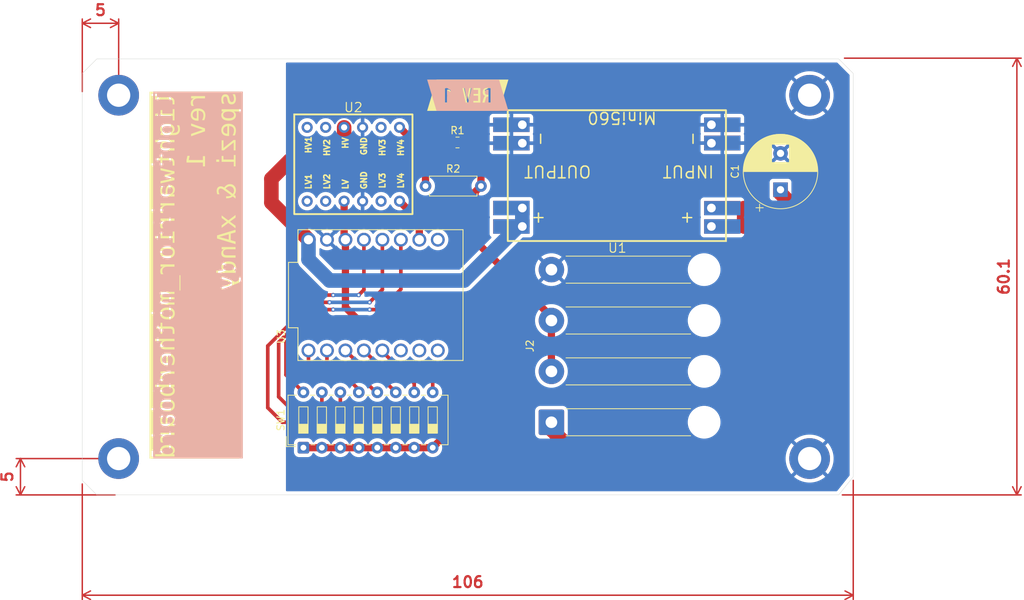
<source format=kicad_pcb>
(kicad_pcb (version 20241229) (generator "pcbnew") (generator_version "9.0")
  (layers (0 "F.Cu" signal) (2 "B.Cu" signal) (13 "F.Paste" user) (15 "B.Paste" user) (5 "F.SilkS" user "F.Silkscreen") (7 "B.SilkS" user "B.Silkscreen") (1 "F.Mask" user) (3 "B.Mask" user) (25 "Edge.Cuts" user))
  (net 0 "")
  (net 1 "GND")
  (net 2 "+12V")
  (net 3 "+5V")
  (net 7 "+3.3V")
  (net 11 "LED_DATA")
  (net 12 "CFG6")
  (net 13 "CFG2")
  (net 14 "CFG4")
  (net 15 "CFG5")
  (net 16 "CFG8")
  (net 17 "CFG3")
  (net 18 "CFG1")
  (net 19 "CFG7")
  (net 22 "Net-(U2-HV4)")
  (net 25 "Net-(U2-LV4)")
  (footprint "Resistor_SMD:R_0805_2012Metric" (layer "F.Cu") (at 133.3375 69.15)
    (property "Reference" "R1" (at 0 -1.65 0) (layer "F.SilkS"))
    (property "Value" "56")
    (pad "1" smd roundrect (at -0.9125 0) (size 1.025 1.4) (layers "F.Cu" "F.Mask" "F.Paste") (roundrect_rratio 0.243902) (net 22 "Net-(U2-HV4)"))
    (pad "2" smd roundrect (at 0.9125 0) (size 1.025 1.4) (layers "F.Cu" "F.Mask" "F.Paste") (roundrect_rratio 0.243902) (net 11 "LED_DATA"))
  )
  (footprint "MountingHole:MountingHole_3.2mm_M3_DIN965_Pad_TopBottom" (layer "F.Cu") (at 181.75 112.65)
    (property "Reference" "H4" (hide yes))
    (property "Value" "MountingHole_Pad")
    (pad "1" thru_hole circle (at 0 0) (size 3.6 3.6) (drill 3.2) (layers "*.Cu" "*.Mask") (net 1 "GND"))
    (pad "1" connect circle (at 0 0) (size 5.6 5.6) (layers "F.Cu" "F.Mask") (net 1 "GND"))
    (pad "1" connect circle (at 0 0) (size 5.6 5.6) (layers "B.Cu" "B.Mask") (net 1 "GND"))
  )
  (footprint "kibuzzard-686AEEB4" (layer "F.Cu") (at 134.75 62.65)
    (property "Reference" "kibuzzard-686AEEB4" (hide yes))
    (property "Value" "G***" (hide yes))
  )
  (footprint "Button_Switch_THT:SW_DIP_SPSTx08_Slide_6.7x21.88mm_W7.62mm_P2.54mm_LowProfile" (layer "F.Cu") (at 112.15 111.15 90)
    (property "Reference" "SW1" (at 3.81 -3.11 90) (layer "F.SilkS"))
    (property "Value" "SW_DIP_x08")
    (pad "1" thru_hole roundrect (at 0 0 90) (size 1.6 1.6) (drill 0.8) (layers "*.Cu" "*.Mask") (roundrect_rratio 0.15625) (net 7 "+3.3V"))
    (pad "2" thru_hole circle (at 0 2.54 90) (size 1.6 1.6) (drill 0.8) (layers "*.Cu" "*.Mask") (net 7 "+3.3V"))
    (pad "3" thru_hole circle (at 0 5.08 90) (size 1.6 1.6) (drill 0.8) (layers "*.Cu" "*.Mask") (net 7 "+3.3V"))
    (pad "4" thru_hole circle (at 0 7.62 90) (size 1.6 1.6) (drill 0.8) (layers "*.Cu" "*.Mask") (net 7 "+3.3V"))
    (pad "5" thru_hole circle (at 0 10.16 90) (size 1.6 1.6) (drill 0.8) (layers "*.Cu" "*.Mask") (net 7 "+3.3V"))
    (pad "6" thru_hole circle (at 0 12.7 90) (size 1.6 1.6) (drill 0.8) (layers "*.Cu" "*.Mask") (net 7 "+3.3V"))
    (pad "7" thru_hole circle (at 0 15.24 90) (size 1.6 1.6) (drill 0.8) (layers "*.Cu" "*.Mask") (net 7 "+3.3V"))
    (pad "8" thru_hole circle (at 0 17.78 90) (size 1.6 1.6) (drill 0.8) (layers "*.Cu" "*.Mask") (net 7 "+3.3V"))
    (pad "9" thru_hole circle (at 7.62 17.78 90) (size 1.6 1.6) (drill 0.8) (layers "*.Cu" "*.Mask") (net 16 "CFG8"))
    (pad "10" thru_hole circle (at 7.62 15.24 90) (size 1.6 1.6) (drill 0.8) (layers "*.Cu" "*.Mask") (net 19 "CFG7"))
    (pad "11" thru_hole circle (at 7.62 12.7 90) (size 1.6 1.6) (drill 0.8) (layers "*.Cu" "*.Mask") (net 12 "CFG6"))
    (pad "12" thru_hole circle (at 7.62 10.16 90) (size 1.6 1.6) (drill 0.8) (layers "*.Cu" "*.Mask") (net 15 "CFG5"))
    (pad "13" thru_hole circle (at 7.62 7.62 90) (size 1.6 1.6) (drill 0.8) (layers "*.Cu" "*.Mask") (net 14 "CFG4"))
    (pad "14" thru_hole circle (at 7.62 5.08 90) (size 1.6 1.6) (drill 0.8) (layers "*.Cu" "*.Mask") (net 17 "CFG3"))
    (pad "15" thru_hole circle (at 7.62 2.54 90) (size 1.6 1.6) (drill 0.8) (layers "*.Cu" "*.Mask") (net 13 "CFG2"))
    (pad "16" thru_hole circle (at 7.62 0 90) (size 1.6 1.6) (drill 0.8) (layers "*.Cu" "*.Mask") (net 18 "CFG1"))
  )
  (footprint "footprints2024:MINI560_tht_smd_combo" (layer "F.Cu") (at 170.25 64.7115 180)
    (property "Reference" "U1" (at 14.93845 -18.962 0) (layer "F.SilkS") (effects (font (size 1.27 1.27))))
    (property "Value" "~")
    (fp_text user "-" (at 24.4094 -2.794 270) (layer "F.SilkS") (effects (font (size 1.6256 1.6256) (thickness 0.2032)) (justify left top)))
    (fp_text user "INPUT" (at 1.524 -9.3726 180) (layer "F.SilkS") (effects (font (size 1.6256 1.6256) (thickness 0.2032)) (justify left top)))
    (fp_text user "+" (at 24.638 -15.8496 180) (layer "F.SilkS") (effects (font (size 1.6256 1.6256) (thickness 0.2032)) (justify left top)))
    (fp_text user "-" (at 3.4544 -2.794 270) (layer "F.SilkS") (effects (font (size 1.6256 1.6256) (thickness 0.2032)) (justify left top)))
    (fp_text user "+" (at 4.191 -15.8496 180) (layer "F.SilkS") (effects (font (size 1.6256 1.6256) (thickness 0.2032)) (justify left top)))
    (fp_text user "OUTPUT" (at 18.415 -9.3726 180) (layer "F.SilkS") (effects (font (size 1.6256 1.6256) (thickness 0.2032)) (justify left top)))
    (fp_text user "Mini560" (at 9.398 -2.0066 180) (layer "F.SilkS") (effects (font (size 1.6256 1.6256) (thickness 0.2032)) (justify left top)))
    (pad "1" thru_hole rect (at 2 -16 270) (size 2 5) (drill 1.2 (offset 0 -1.5)) (layers "*.Cu" "*.Mask") (net 2 "+12V"))
    (pad "2" thru_hole rect (at 2 -13.46 270) (size 1.96 5) (drill 1.2 (offset 0.02 -1.5)) (layers "*.Cu" "*.Mask") (net 2 "+12V"))
    (pad "3" thru_hole rect (at 2 -4.54 270) (size 2.04 5) (drill 1.2 (offset -0.02 -1.5)) (layers "*.Cu" "*.Mask") (net 1 "GND"))
    (pad "4" thru_hole rect (at 2 -2 270) (size 2 5) (drill 1.2 (offset 0 -1.5)) (layers "*.Cu" "*.Mask") (net 1 "GND"))
    (pad "5" thru_hole rect (at 27.9999 -16 270) (size 2 5.0001) (drill 1.2 (offset 0 1.50005)) (layers "*.Cu" "*.Mask") (net 3 "+5V"))
    (pad "6" thru_hole rect (at 27.9999 -13.46 270) (size 2 5.0001) (drill 1.2 (offset 0 1.50005)) (layers "*.Cu" "*.Mask") (net 3 "+5V"))
    (pad "7" thru_hole rect (at 27.9999 -4.54 270) (size 2 5.0001) (drill 1.2 (offset 0 1.50005)) (layers "*.Cu" "*.Mask") (net 1 "GND"))
    (pad "8" thru_hole rect (at 27.9999 -2 270) (size 2 5.0001) (drill 1.2 (offset 0 1.50005)) (layers "*.Cu" "*.Mask") (net 1 "GND"))
  )
  (footprint "Connector_Wire:SolderWire-0.75sqmm_1x04_P7mm_D1.25mm_OD3.5mm_Relief" (layer "F.Cu") (at 146.25 107.65 90)
    (property "Reference" "J2" (at 10.5 -2.95 90) (layer "F.SilkS"))
    (property "Value" "Conn_01x04")
    (pad "" np_thru_hole circle (at 0 21 90) (size 4 4) (drill 4) (layers "*.Cu" "*.Mask"))
    (pad "" np_thru_hole circle (at 7 21 90) (size 4 4) (drill 4) (layers "*.Cu" "*.Mask"))
    (pad "" np_thru_hole circle (at 14 21 90) (size 4 4) (drill 4) (layers "*.Cu" "*.Mask"))
    (pad "" np_thru_hole circle (at 21 21 90) (size 4 4) (drill 4) (layers "*.Cu" "*.Mask"))
    (pad "1" thru_hole roundrect (at 0 0 90) (size 3.5 3.5) (drill 1.6) (layers "*.Cu" "*.Mask") (roundrect_rratio 0.071429) (net 2 "+12V"))
    (pad "2" thru_hole circle (at 7 0 90) (size 3.5 3.5) (drill 1.6) (layers "*.Cu" "*.Mask") (net 11 "LED_DATA"))
    (pad "3" thru_hole circle (at 14 0 90) (size 3.5 3.5) (drill 1.6) (layers "*.Cu" "*.Mask") (net 11 "LED_DATA"))
    (pad "4" thru_hole circle (at 21 0 90) (size 3.5 3.5) (drill 1.6) (layers "*.Cu" "*.Mask") (net 1 "GND"))
  )
  (footprint "MountingHole:MountingHole_3.2mm_M3_DIN965_Pad_TopBottom" (layer "F.Cu") (at 181.75 62.65)
    (property "Reference" "H1" (hide yes))
    (property "Value" "MountingHole_Pad")
    (pad "1" thru_hole circle (at 0 0) (size 3.6 3.6) (drill 3.2) (layers "*.Cu" "*.Mask") (net 1 "GND"))
    (pad "1" connect circle (at 0 0) (size 5.6 5.6) (layers "F.Cu" "F.Mask") (net 1 "GND"))
    (pad "1" connect circle (at 0 0) (size 5.6 5.6) (layers "B.Cu" "B.Mask") (net 1 "GND"))
  )
  (footprint "footprints2024:LOGIC LEVEL CONVERTER 4 FOOTPRINT" (layer "F.Cu") (at 117.75 72.15)
    (property "Reference" "U2" (at 1.27 -7.8199 0) (layer "F.SilkS") (effects (font (size 1.27 1.27))))
    (property "Value" "~")
    (fp_text user "HV3" (at 4.788 -1.0159 90) (layer "F.SilkS") (effects (font (size 0.8 0.8) (thickness 0.2032)) (justify left top)))
    (fp_text user "LV" (at -0.292 3.5561 90) (layer "F.SilkS") (effects (font (size 0.8 0.8) (thickness 0.2032)) (justify left top)))
    (fp_text user "GND" (at 2.248 3.5561 90) (layer "F.SilkS") (effects (font (size 0.8 0.8) (thickness 0.2032)) (justify left top)))
    (fp_text user "LV1" (at -5.372 3.5561 90) (layer "F.SilkS") (effects (font (size 0.8 0.8) (thickness 0.2032)) (justify left top)))
    (fp_text user "GND" (at 2.248 -1.1429 90) (layer "F.SilkS") (effects (font (size 0.8 0.8) (thickness 0.2032)) (justify left top)))
    (fp_text user "LV2" (at -2.832 3.5561 90) (layer "F.SilkS") (effects (font (size 0.8 0.8) (thickness 0.2032)) (justify left top)))
    (fp_text user "HV4" (at 7.328 -1.0159 90) (layer "F.SilkS") (effects (font (size 0.8 0.8) (thickness 0.2032)) (justify left top)))
    (fp_text user "LV4" (at 7.328 3.4291 90) (layer "F.SilkS") (effects (font (size 0.8 0.8) (thickness 0.2032)) (justify left top)))
    (fp_text user "HV2" (at -2.832 -1.0159 90) (layer "F.SilkS") (effects (font (size 0.8 0.8) (thickness 0.2032)) (justify left top)))
    (fp_text user "LV3" (at 4.788 3.4291 90) (layer "F.SilkS") (effects (font (size 0.8 0.8) (thickness 0.2032)) (justify left top)))
    (fp_text user "HV1" (at -5.372 -1.3969 90) (layer "F.SilkS") (effects (font (size 0.8 0.8) (thickness 0.2032)) (justify left top)))
    (fp_text user "HV" (at -0.292 -2.0319 90) (layer "F.SilkS") (effects (font (size 0.8 0.8) (thickness 0.2032)) (justify left top)))
    (pad "1" thru_hole oval (at -5.08 5.0804) (size 1.524 1.524) (drill 0.85) (layers "*.Cu" "*.Mask"))
    (pad "2" thru_hole oval (at -2.54 5.0801) (size 1.524 1.524) (drill 0.85) (layers "*.Cu" "*.Mask"))
    (pad "3" thru_hole oval (at 0 5.0801) (size 1.524 1.524) (drill 0.85) (layers "*.Cu" "*.Mask") (net 7 "+3.3V"))
    (pad "4" thru_hole oval (at 2.54 5.0801) (size 1.524 1.524) (drill 0.85) (layers "*.Cu" "*.Mask") (net 1 "GND"))
    (pad "5" thru_hole oval (at 5.08 5.0801) (size 1.524 1.524) (drill 0.85) (layers "*.Cu" "*.Mask"))
    (pad "6" thru_hole oval (at 7.62 5.0801) (size 1.524 1.524) (drill 0.85) (layers "*.Cu" "*.Mask") (net 25 "Net-(U2-LV4)"))
    (pad "7" thru_hole oval (at -5.08 -5.0799 180) (size 1.524 1.524) (drill 0.85) (layers "*.Cu" "*.Mask"))
    (pad "8" thru_hole oval (at -2.54 -5.0799 180) (size 1.524 1.524) (drill 0.85) (layers "*.Cu" "*.Mask"))
    (pad "9" thru_hole oval (at 0 -5.0799 180) (size 1.524 1.524) (drill 0.85) (layers "*.Cu" "*.Mask") (net 3 "+5V"))
    (pad "10" thru_hole oval (at 2.54 -5.0799 180) (size 1.524 1.524) (drill 0.85) (layers "*.Cu" "*.Mask") (net 1 "GND"))
    (pad "11" thru_hole oval (at 5.08 -5.0799 180) (size 1.524 1.524) (drill 0.85) (layers "*.Cu" "*.Mask"))
    (pad "12" thru_hole oval (at 7.62 -5.0799 180) (size 1.524 1.524) (drill 0.85) (layers "*.Cu" "*.Mask") (net 22 "Net-(U2-HV4)"))
  )
  (footprint "footprints2024:MODULE_ESP32-C3_SUPERMINI" (layer "F.Cu") (at 122.75 90.15 90)
    (property "Reference" "U3" (at -5.715 -13.6525 90) (layer "F.SilkS"))
    (property "Value" "ESP32-C3_SUPERMINI" (hide yes))
    (pad "0" thru_hole circle (at 7.62 7.88 90) (size 1.905 1.905) (drill 1.27) (layers "*.Cu" "*.Mask"))
    (pad "1" thru_hole circle (at 7.62 5.34 90) (size 1.905 1.905) (drill 1.27) (layers "*.Cu" "*.Mask") (net 25 "Net-(U2-LV4)"))
    (pad "2" thru_hole circle (at 7.62 2.8 90) (size 1.905 1.905) (drill 1.27) (layers "*.Cu" "*.Mask") (net 18 "CFG1"))
    (pad "3" thru_hole circle (at 7.62 0.26 90) (size 1.905 1.905) (drill 1.27) (layers "*.Cu" "*.Mask") (net 13 "CFG2"))
    (pad "3.3" thru_hole circle (at 7.62 -4.82 90) (size 1.905 1.905) (drill 1.27) (layers "*.Cu" "*.Mask") (net 7 "+3.3V"))
    (pad "4" thru_hole circle (at 7.62 -2.28 90) (size 1.905 1.905) (drill 1.27) (layers "*.Cu" "*.Mask") (net 17 "CFG3"))
    (pad "5" thru_hole circle (at -7.62 -9.9 90) (size 1.905 1.905) (drill 1.27) (layers "*.Cu" "*.Mask") (net 14 "CFG4"))
    (pad "5V" thru_hole circle (at 7.62 -9.9 90) (size 1.905 1.905) (drill 1.27) (layers "*.Cu" "*.Mask") (net 3 "+5V"))
    (pad "6" thru_hole circle (at -7.62 -7.36 90) (size 1.905 1.905) (drill 1.27) (layers "*.Cu" "*.Mask") (net 15 "CFG5"))
    (pad "7" thru_hole circle (at -7.62 -4.82 90) (size 1.905 1.905) (drill 1.27) (layers "*.Cu" "*.Mask") (net 12 "CFG6"))
    (pad "8" thru_hole circle (at -7.62 -2.28 90) (size 1.905 1.905) (drill 1.27) (layers "*.Cu" "*.Mask") (net 19 "CFG7"))
    (pad "9" thru_hole circle (at -7.62 0.26 90) (size 1.905 1.905) (drill 1.27) (layers "*.Cu" "*.Mask") (net 16 "CFG8"))
    (pad "10" thru_hole circle (at -7.62 2.8 90) (size 1.905 1.905) (drill 1.27) (layers "*.Cu" "*.Mask"))
    (pad "20" thru_hole circle (at -7.62 5.34 90) (size 1.905 1.905) (drill 1.27) (layers "*.Cu" "*.Mask"))
    (pad "21" thru_hole circle (at -7.62 7.88 90) (size 1.905 1.905) (drill 1.27) (layers "*.Cu" "*.Mask"))
    (pad "G" thru_hole circle (at 7.62 -7.36 90) (size 1.905 1.905) (drill 1.27) (layers "*.Cu" "*.Mask") (net 1 "GND"))
  )
  (footprint "MountingHole:MountingHole_3.2mm_M3_DIN965_Pad_TopBottom" (layer "F.Cu") (at 86.75 62.65)
    (property "Reference" "H2" (hide yes))
    (property "Value" "MountingHole_Pad")
    (pad "1" thru_hole circle (at 0 0) (size 3.6 3.6) (drill 3.2) (layers "*.Cu" "*.Mask"))
    (pad "1" connect circle (at 0 0) (size 5.6 5.6) (layers "F.Cu" "F.Mask"))
    (pad "1" connect circle (at 0 0) (size 5.6 5.6) (layers "B.Cu" "B.Mask"))
  )
  (footprint "MountingHole:MountingHole_3.2mm_M3_DIN965_Pad_TopBottom" (layer "F.Cu") (at 86.75 112.65)
    (property "Reference" "H3" (hide yes))
    (property "Value" "MountingHole_Pad")
    (pad "1" thru_hole circle (at 0 0) (size 3.6 3.6) (drill 3.2) (layers "*.Cu" "*.Mask"))
    (pad "1" connect circle (at 0 0) (size 5.6 5.6) (layers "F.Cu" "F.Mask"))
    (pad "1" connect circle (at 0 0) (size 5.6 5.6) (layers "B.Cu" "B.Mask"))
  )
  (footprint "Resistor_THT:R_Axial_DIN0207_L6.3mm_D2.5mm_P7.62mm_Horizontal" (layer "F.Cu") (at 128.94 75.15)
    (property "Reference" "R2" (at 3.81 -2.37 0) (layer "F.SilkS"))
    (property "Value" "56")
    (pad "1" thru_hole circle (at 0 0) (size 1.6 1.6) (drill 0.8) (layers "*.Cu" "*.Mask") (net 22 "Net-(U2-HV4)"))
    (pad "2" thru_hole oval (at 7.62 0) (size 1.6 1.6) (drill 0.8) (layers "*.Cu" "*.Mask") (net 11 "LED_DATA"))
  )
  (footprint "Capacitor_THT:CP_Radial_D10.0mm_P5.00mm" (layer "F.Cu") (at 177.75 75.65 90)
    (property "Reference" "C1" (at 2.5 -6.25 90) (layer "F.SilkS"))
    (property "Value" "1000uF")
    (pad "1" thru_hole rect (at 0 0 90) (size 2 2) (drill 1) (layers "*.Cu" "*.Mask") (net 2 "+12V"))
    (pad "2" thru_hole circle (at 5 0 90) (size 2 2) (drill 1) (layers "*.Cu" "*.Mask") (net 1 "GND"))
  )
  (footprint "kibuzzard-686AEEB4" (layer "B.Cu") (at 134.75 62.65 180)
    (property "Reference" "kibuzzard-686AEEB4" (hide yes))
    (property "Value" "G***" (hide yes))
  )
  (gr_poly (pts (xy 187.75 59.65) (xy 185.75 57.65) (xy 83.75 57.65) (xy 81.75 59.65) (xy 81.75 115.65) (xy 83.75 117.65) (xy 185.75 117.65) (xy 187.75 115.15) (xy 187.75 101.15)) (stroke (width 0.05)) (fill no) (layer "Edge.Cuts"))
  (gr_text "lightwarrior_motherboard\nrev 1\nspezi & xAndy" (at 102.75 112.65 90) (layer "F.SilkS" knockout) (effects (font (size 2.5 2.5) (thickness 0.1)) (justify left bottom)))
  (gr_text "lightwarrior_motherboard\nrev 1\nspezi & xAndy" (at 103.25 62.15 90) (layer "B.SilkS" knockout) (effects (font (size 2.5 2.5) (thickness 0.1)) (justify left bottom mirror)))
  (dimension (type orthogonal) (layer "F.Cu") (pts (xy 185.75 117.65) (xy 186.05 57.55)) (height 24.5) (orientation 1) (format (prefix "") (suffix "") (units 3) (units_format 0) (precision 4) (suppress_zeroes yes)) (style (thickness 0.2) (arrow_length 1.27) (text_position_mode 0) (arrow_direction outward) (extension_height 0.58642) (extension_offset 0.5) (keep_text_aligned yes)) (gr_text "60.1" (at 208.45 87.6 90) (layer "F.Cu") (effects (font (size 1.5 1.5) (thickness 0.3)))))
  (dimension (type orthogonal) (layer "F.Cu") (pts (xy 86.75 62.65) (xy 81.75 62.65)) (height -9.9) (orientation 0) (format (prefix "") (suffix "") (units 3) (units_format 0) (precision 4) (suppress_zeroes yes)) (style (thickness 0.2) (arrow_length 1.27) (text_position_mode 0) (arrow_direction outward) (extension_height 0.58642) (extension_offset 0.5) (keep_text_aligned yes)) (gr_text "5" (at 84.25 50.95 0) (layer "F.Cu") (effects (font (size 1.5 1.5) (thickness 0.3)))))
  (dimension (type orthogonal) (layer "F.Cu") (pts (xy 187.75 115.15) (xy 81.75 115.65)) (height 16.3) (orientation 0) (format (prefix "") (suffix "") (units 3) (units_format 0) (precision 4) (suppress_zeroes yes)) (style (thickness 0.2) (arrow_length 1.27) (text_position_mode 0) (arrow_direction outward) (extension_height 0.58642) (extension_offset 0.5) (keep_text_aligned yes)) (gr_text "106" (at 134.75 129.65 0) (layer "F.Cu") (effects (font (size 1.5 1.5) (thickness 0.3)))))
  (dimension (type orthogonal) (layer "F.Cu") (pts (xy 86.75 112.65) (xy 86.75 117.65)) (height -13.5) (orientation 1) (format (prefix "") (suffix "") (units 3) (units_format 0) (precision 4) (suppress_zeroes yes)) (style (thickness 0.2) (arrow_length 1.27) (text_position_mode 0) (arrow_direction outward) (extension_height 0.58642) (extension_offset 0.5) (keep_text_aligned yes)) (gr_text "5" (at 71.45 115.15 90) (layer "F.Cu") (effects (font (size 1.5 1.5) (thickness 0.3)))))
  (segment (start 177.75 76.15) (end 177.75 75.65) (width 2) (layer "F.Cu") (net 2))
  (segment (start 146.25 108.65) (end 146.25 107.65) (width 2) (layer "F.Cu") (net 2))
  (segment (start 179.75 85.1715) (end 175.29 80.7115) (width 2) (layer "F.Cu") (net 2))
  (segment (start 179.75 86.65) (end 179.75 107.15) (width 2) (layer "F.Cu") (net 2))
  (segment (start 179.75 107.15) (end 173.75 113.15) (width 2) (layer "F.Cu") (net 2))
  (segment (start 175.29 80.7115) (end 172.75 80.7115) (width 2) (layer "F.Cu") (net 2))
  (segment (start 179.75 86.65) (end 179.75 85.1715) (width 2) (layer "F.Cu") (net 2))
  (segment (start 179.75 78.15) (end 177.75 76.15) (width 2) (layer "F.Cu") (net 2))
  (segment (start 150.75 113.15) (end 146.25 108.65) (width 2) (layer "F.Cu") (net 2))
  (segment (start 179.75 86.65) (end 179.75 78.15) (width 2) (layer "F.Cu") (net 2))
  (segment (start 173.75 113.15) (end 150.75 113.15) (width 2) (layer "F.Cu") (net 2))
  (segment (start 172.75 78.1715) (end 172.75 80.7115) (width 2) (layer "F.Cu") (net 2))
  (segment (start 112.85 82.53) (end 107.75 77.43) (width 2) (layer "F.Cu") (net 3))
  (segment (start 107.75 77.43) (end 107.75 74.15) (width 2) (layer "F.Cu") (net 3))
  (segment (start 110.25 71.65) (end 115.25 71.65) (width 2) (layer "F.Cu") (net 3))
  (segment (start 115.25 71.65) (end 117.75 69.15) (width 2) (layer "F.Cu") (net 3))
  (segment (start 107.75 74.15) (end 110.25 71.65) (width 2) (layer "F.Cu") (net 3))
  (segment (start 117.75 69.15) (end 117.75 67.0701) (width 2) (layer "F.Cu") (net 3))
  (segment (start 115.75 88.15) (end 112.85 85.25) (width 2) (layer "B.Cu") (net 3))
  (segment (start 134.25 88.15) (end 141.6885 80.7115) (width 2) (layer "B.Cu") (net 3))
  (segment (start 112.85 85.25) (end 112.85 82.53) (width 2) (layer "B.Cu") (net 3))
  (segment (start 142.2501 80.7115) (end 142.2501 78.1715) (width 2) (layer "B.Cu") (net 3))
  (segment (start 141.6885 80.7115) (end 142.2501 80.7115) (width 2) (layer "B.Cu") (net 3))
  (segment (start 134.25 88.15) (end 115.75 88.15) (width 2) (layer "B.Cu") (net 3))
  (segment (start 133.75 94.65) (end 133.75 107.33) (width 1) (layer "F.Cu") (net 7))
  (segment (start 117.75 82.35) (end 117.93 82.53) (width 1) (layer "F.Cu") (net 7))
  (segment (start 133.75 107.33) (end 129.93 111.15) (width 1) (layer "F.Cu") (net 7))
  (segment (start 117.93 91.83) (end 120.75 94.65) (width 1) (layer "F.Cu") (net 7))
  (segment (start 112.15 111.15) (end 129.93 111.15) (width 1) (layer "F.Cu") (net 7))
  (segment (start 120.75 94.65) (end 133.75 94.65) (width 1) (layer "F.Cu") (net 7))
  (segment (start 117.93 82.53) (end 117.93 91.83) (width 1) (layer "F.Cu") (net 7))
  (segment (start 117.75 77.2301) (end 117.75 82.35) (width 1) (layer "F.Cu") (net 7))
  (segment (start 135.75 82.65) (end 146.25 93.15) (width 1) (layer "F.Cu") (net 11))
  (segment (start 146.25 93.65) (end 146.25 100.65) (width 1) (layer "F.Cu") (net 11))
  (segment (start 136.56 75.15) (end 135.75 75.96) (width 1) (layer "F.Cu") (net 11))
  (segment (start 136.56 75.15) (end 136.56 71.46) (width 1) (layer "F.Cu") (net 11))
  (segment (start 135.75 75.96) (end 135.75 82.65) (width 1) (layer "F.Cu") (net 11))
  (segment (start 146.25 93.15) (end 146.25 93.65) (width 1) (layer "F.Cu") (net 11))
  (segment (start 136.56 71.46) (end 134.25 69.15) (width 1) (layer "F.Cu") (net 11))
  (segment (start 121.81 101.65) (end 122.97 101.65) (width 0.5) (layer "F.Cu") (net 12))
  (segment (start 122.97 101.65) (end 124.85 103.53) (width 0.5) (layer "F.Cu") (net 12))
  (segment (start 117.93 97.77) (end 121.81 101.65) (width 0.5) (layer "F.Cu") (net 12))
  (segment (start 108.75 104.15) (end 110.75 106.15) (width 0.5) (layer "F.Cu") (net 13))
  (segment (start 114.69 105.09) (end 114.69 103.53) (width 0.5) (layer "F.Cu") (net 13))
  (segment (start 115.75 91.15) (end 114.25 91.15) (width 0.5) (layer "F.Cu") (net 13))
  (segment (start 123.01 89.39) (end 121.25 91.15) (width 0.5) (layer "F.Cu") (net 13))
  (segment (start 123.01 82.53) (end 123.01 89.39) (width 0.5) (layer "F.Cu") (net 13))
  (segment (start 114.25 91.15) (end 108.75 96.65) (width 0.5) (layer "F.Cu") (net 13))
  (segment (start 108.75 96.65) (end 108.75 104.15) (width 0.5) (layer "F.Cu") (net 13))
  (segment (start 113.75 106.15) (end 114.75 105.15) (width 0.5) (layer "F.Cu") (net 13))
  (segment (start 114.75 105.15) (end 114.69 105.09) (width 0.5) (layer "F.Cu") (net 13))
  (segment (start 110.75 106.15) (end 113.75 106.15) (width 0.5) (layer "F.Cu") (net 13))
  (via (at 121.25 91.15) (size 0.6) (drill 0.3) (layers "F.Cu" "B.Cu") (net 13))
  (via (at 115.75 91.15) (size 0.6) (drill 0.3) (layers "F.Cu" "B.Cu") (net 13))
  (segment (start 121.25 91.15) (end 115.75 91.15) (width 0.5) (layer "B.Cu") (net 13))
  (segment (start 119.77 103.17) (end 118.25 101.65) (width 0.5) (layer "F.Cu") (net 14))
  (segment (start 112.85 99.75) (end 112.85 97.77) (width 0.5) (layer "F.Cu") (net 14))
  (segment (start 114.75 101.65) (end 112.85 99.75) (width 0.5) (layer "F.Cu") (net 14))
  (segment (start 119.77 103.53) (end 119.77 103.17) (width 0.5) (layer "F.Cu") (net 14))
  (segment (start 118.25 101.65) (end 114.75 101.65) (width 0.5) (layer "F.Cu") (net 14))
  (segment (start 115.39 97.77) (end 115.39 99.78) (width 0.5) (layer "F.Cu") (net 15))
  (segment (start 116.26 100.65) (end 119.25 100.65) (width 0.5) (layer "F.Cu") (net 15))
  (segment (start 122.13 103.53) (end 122.31 103.53) (width 0.5) (layer "F.Cu") (net 15))
  (segment (start 119.25 100.65) (end 122.13 103.53) (width 0.5) (layer "F.Cu") (net 15))
  (segment (start 115.39 99.78) (end 116.26 100.65) (width 0.5) (layer "F.Cu") (net 15))
  (segment (start 129.93 101.33) (end 129.93 103.53) (width 0.5) (layer "F.Cu") (net 16))
  (segment (start 123.01 97.91) (end 125.75 100.65) (width 0.5) (layer "F.Cu") (net 16))
  (segment (start 123.01 97.77) (end 123.01 97.91) (width 0.5) (layer "F.Cu") (net 16))
  (segment (start 125.75 100.65) (end 129.25 100.65) (width 0.5) (layer "F.Cu") (net 16))
  (segment (start 129.25 100.65) (end 129.93 101.33) (width 0.5) (layer "F.Cu") (net 16))
  (segment (start 120.47 89.43) (end 119.75 90.15) (width 0.5) (layer "F.Cu") (net 17))
  (segment (start 117.23 105.67) (end 117.23 103.53) (width 0.5) (layer "F.Cu") (net 17))
  (segment (start 107.25 97.15) (end 107.25 105.65) (width 0.5) (layer "F.Cu") (net 17))
  (segment (start 116.25 90.15) (end 114.25 90.15) (width 0.5) (layer "F.Cu") (net 17))
  (segment (start 109.25 107.65) (end 115.25 107.65) (width 0.5) (layer "F.Cu") (net 17))
  (segment (start 114.25 90.15) (end 107.25 97.15) (width 0.5) (layer "F.Cu") (net 17))
  (segment (start 115.25 107.65) (end 117.23 105.67) (width 0.5) (layer "F.Cu") (net 17))
  (segment (start 120.47 82.53) (end 120.47 89.43) (width 0.5) (layer "F.Cu") (net 17))
  (segment (start 107.25 105.65) (end 109.25 107.65) (width 0.5) (layer "F.Cu") (net 17))
  (via (at 116.25 90.15) (size 0.6) (drill 0.3) (layers "F.Cu" "B.Cu") (net 17))
  (via (at 119.75 90.15) (size 0.6) (drill 0.3) (layers "F.Cu" "B.Cu") (net 17))
  (segment (start 119.75 90.15) (end 116.25 90.15) (width 0.5) (layer "B.Cu") (net 17))
  (segment (start 109.75 96.641364) (end 109.75 101.13) (width 0.5) (layer "F.Cu") (net 18))
  (segment (start 109.75 101.13) (end 112.15 103.53) (width 0.5) (layer "F.Cu") (net 18))
  (segment (start 125.55 89.35) (end 122.75 92.15) (width 0.5) (layer "F.Cu") (net 18))
  (segment (start 125.55 82.53) (end 125.55 89.35) (width 0.5) (layer "F.Cu") (net 18))
  (segment (start 114.241364 92.15) (end 109.75 96.641364) (width 0.5) (layer "F.Cu") (net 18))
  (segment (start 116.25 92.15) (end 114.241364 92.15) (width 0.5) (layer "F.Cu") (net 18))
  (segment (start 122.75 92.15) (end 121.25 92.15) (width 0.5) (layer "F.Cu") (net 18))
  (via (at 121.25 92.15) (size 0.6) (drill 0.3) (layers "F.Cu" "B.Cu") (net 18))
  (via (at 116.25 92.15) (size 0.6) (drill 0.3) (layers "F.Cu" "B.Cu") (net 18))
  (segment (start 121.25 92.15) (end 116.25 92.15) (width 0.5) (layer "B.Cu") (net 18))
  (segment (start 124.35 101.65) (end 126.75 101.65) (width 0.5) (layer "F.Cu") (net 19))
  (segment (start 120.47 97.77) (end 124.35 101.65) (width 0.5) (layer "F.Cu") (net 19))
  (segment (start 127.39 102.29) (end 127.39 103.53) (width 0.5) (layer "F.Cu") (net 19))
  (segment (start 126.75 101.65) (end 127.39 102.29) (width 0.5) (layer "F.Cu") (net 19))
  (segment (start 127.4499 69.15) (end 127.4499 69.3499) (width 1) (layer "F.Cu") (net 22))
  (segment (start 127.4499 69.3499) (end 128.94 70.84) (width 1) (layer "F.Cu") (net 22))
  (segment (start 132.425 69.15) (end 127.4499 69.15) (width 1) (layer "F.Cu") (net 22))
  (segment (start 127.4499 69.15) (end 125.37 67.0701) (width 1) (layer "F.Cu") (net 22))
  (segment (start 128.94 70.84) (end 128.94 75.15) (width 1) (layer "F.Cu") (net 22))
  (segment (start 127.75 79.6101) (end 127.75 79.65) (width 1) (layer "F.Cu") (net 25))
  (segment (start 128.09 79.99) (end 128.09 82.53) (width 1) (layer "F.Cu") (net 25))
  (segment (start 125.37 77.2301) (end 127.75 79.6101) (width 1) (layer "F.Cu") (net 25))
  (segment (start 127.75 79.65) (end 128.09 79.99) (width 1) (layer "F.Cu") (net 25))
  (zone (net 1) (net_name "GND") (layer "B.Cu") (connect_pads (clearance 0.5)) (min_thickness 0.25) (fill yes (thermal_gap 0.5) (thermal_bridge_width 0.5))
    (polygon (pts (xy 109.75 57.65) (xy 187.75 57.65) (xy 187.75 117.65) (xy 109.75 117.65)))
  )
)
</source>
